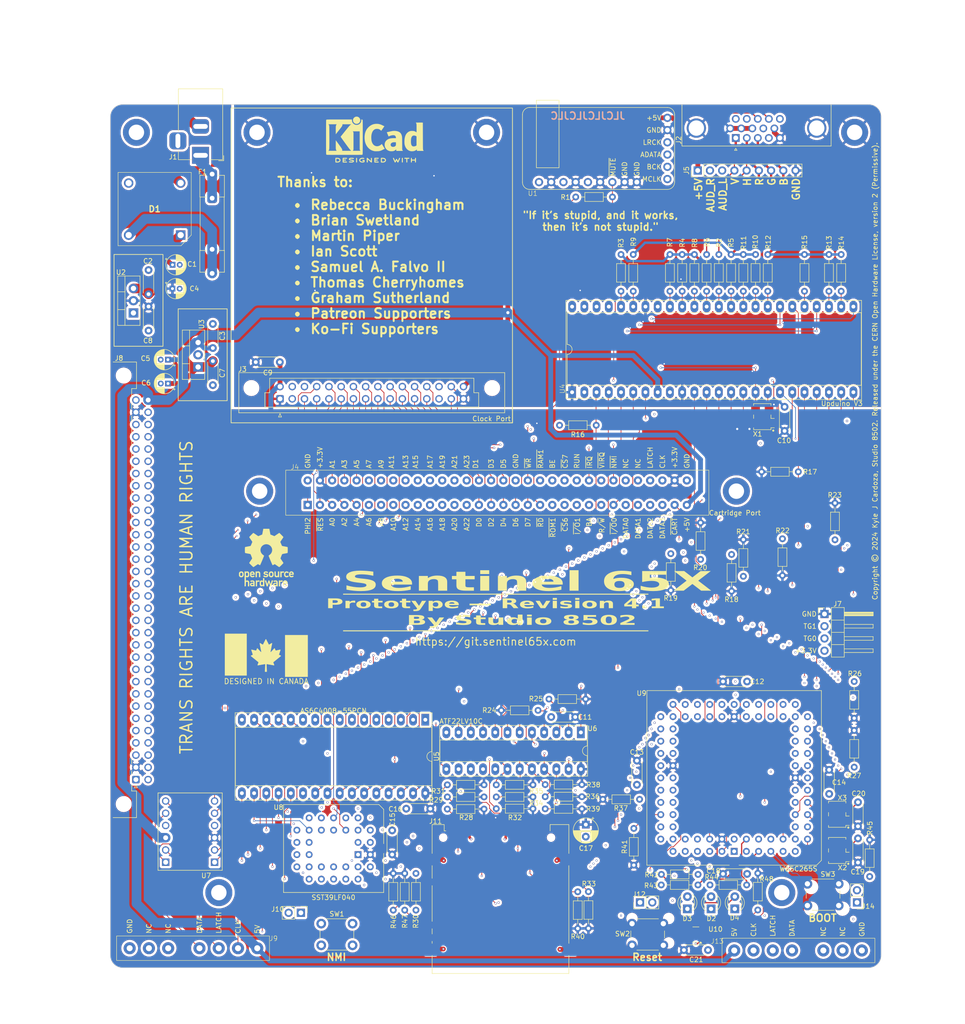
<source format=kicad_pcb>
(kicad_pcb
	(version 20240108)
	(generator "pcbnew")
	(generator_version "8.0")
	(general
		(thickness 1.6)
		(legacy_teardrops no)
	)
	(paper "A3")
	(layers
		(0 "F.Cu" signal "F.Cu (SMD)")
		(1 "In1.Cu" power "In1.Cu (GND)")
		(2 "In2.Cu" signal "In2.Cu (N-S)")
		(31 "B.Cu" signal "B.Cu (MISC)")
		(32 "B.Adhes" user "B.Adhesive")
		(33 "F.Adhes" user "F.Adhesive")
		(34 "B.Paste" user)
		(35 "F.Paste" user)
		(36 "B.SilkS" user "B.Silkscreen")
		(37 "F.SilkS" user "F.Silkscreen")
		(38 "B.Mask" user)
		(39 "F.Mask" user)
		(40 "Dwgs.User" user "User.Drawings")
		(41 "Cmts.User" user "User.Comments")
		(42 "Eco1.User" user "User.Eco1")
		(43 "Eco2.User" user "User.Eco2")
		(44 "Edge.Cuts" user)
		(45 "Margin" user)
		(46 "B.CrtYd" user "B.Courtyard")
		(47 "F.CrtYd" user "F.Courtyard")
		(48 "B.Fab" user)
		(49 "F.Fab" user)
		(50 "User.1" user)
		(51 "User.2" user)
		(52 "User.3" user)
		(53 "User.4" user)
		(54 "User.5" user)
		(55 "User.6" user)
		(56 "User.7" user)
		(57 "User.8" user)
		(58 "User.9" user)
	)
	(setup
		(stackup
			(layer "F.SilkS"
				(type "Top Silk Screen")
				(color "White")
			)
			(layer "F.Paste"
				(type "Top Solder Paste")
			)
			(layer "F.Mask"
				(type "Top Solder Mask")
				(color "Green")
				(thickness 0.01)
			)
			(layer "F.Cu"
				(type "copper")
				(thickness 0.035)
			)
			(layer "dielectric 1"
				(type "prepreg")
				(thickness 0.1)
				(material "FR4")
				(epsilon_r 4.5)
				(loss_tangent 0.02)
			)
			(layer "In1.Cu"
				(type "copper")
				(thickness 0.035)
			)
			(layer "dielectric 2"
				(type "core")
				(thickness 1.24)
				(material "FR4")
				(epsilon_r 4.5)
				(loss_tangent 0.02)
			)
			(layer "In2.Cu"
				(type "copper")
				(thickness 0.035)
			)
			(layer "dielectric 3"
				(type "prepreg")
				(thickness 0.1)
				(material "FR4")
				(epsilon_r 4.5)
				(loss_tangent 0.02)
			)
			(layer "B.Cu"
				(type "copper")
				(thickness 0.035)
			)
			(layer "B.Mask"
				(type "Bottom Solder Mask")
				(color "Green")
				(thickness 0.01)
			)
			(layer "B.Paste"
				(type "Bottom Solder Paste")
			)
			(layer "B.SilkS"
				(type "Bottom Silk Screen")
				(color "White")
			)
			(copper_finish "None")
			(dielectric_constraints no)
		)
		(pad_to_mask_clearance 0)
		(allow_soldermask_bridges_in_footprints no)
		(grid_origin 123.070534 52.442679)
		(pcbplotparams
			(layerselection 0x00010fc_ffffffff)
			(plot_on_all_layers_selection 0x0000000_00000000)
			(disableapertmacros no)
			(usegerberextensions no)
			(usegerberattributes yes)
			(usegerberadvancedattributes yes)
			(creategerberjobfile yes)
			(dashed_line_dash_ratio 12.000000)
			(dashed_line_gap_ratio 3.000000)
			(svgprecision 4)
			(plotframeref no)
			(viasonmask no)
			(mode 1)
			(useauxorigin no)
			(hpglpennumber 1)
			(hpglpenspeed 20)
			(hpglpendiameter 15.000000)
			(pdf_front_fp_property_popups yes)
			(pdf_back_fp_property_popups yes)
			(dxfpolygonmode yes)
			(dxfimperialunits yes)
			(dxfusepcbnewfont yes)
			(psnegative no)
			(psa4output no)
			(plotreference yes)
			(plotvalue yes)
			(plotfptext yes)
			(plotinvisibletext no)
			(sketchpadsonfab no)
			(subtractmaskfromsilk no)
			(outputformat 1)
			(mirror no)
			(drillshape 0)
			(scaleselection 1)
			(outputdirectory "production/")
		)
	)
	(net 0 "")
	(net 1 "GND")
	(net 2 "+3.3V")
	(net 3 "/A1")
	(net 4 "/A3")
	(net 5 "/A5")
	(net 6 "/A7")
	(net 7 "/A9")
	(net 8 "/A11")
	(net 9 "/A13")
	(net 10 "/A15")
	(net 11 "/A17")
	(net 12 "/A19")
	(net 13 "/A21")
	(net 14 "/A23")
	(net 15 "/D1")
	(net 16 "/D3")
	(net 17 "/D5")
	(net 18 "/~{WR}")
	(net 19 "/BE")
	(net 20 "/RUN")
	(net 21 "/~{IRQ}")
	(net 22 "/~{VIRQ}")
	(net 23 "/~{NMI}")
	(net 24 "/SNES_LATCH")
	(net 25 "/SNES_CLK")
	(net 26 "/PHI2")
	(net 27 "/~{RES}")
	(net 28 "/A0")
	(net 29 "/A2")
	(net 30 "/A4")
	(net 31 "/A6")
	(net 32 "/A8")
	(net 33 "/A10")
	(net 34 "/A12")
	(net 35 "/A14")
	(net 36 "/A16")
	(net 37 "/A18")
	(net 38 "/A20")
	(net 39 "/A22")
	(net 40 "/D0")
	(net 41 "/D2")
	(net 42 "/D4")
	(net 43 "/D6")
	(net 44 "/D7")
	(net 45 "/~{RD}")
	(net 46 "/~{CS}6")
	(net 47 "/~{I{slash}O}1")
	(net 48 "/BA")
	(net 49 "/R{slash}~{W}")
	(net 50 "/~{I{slash}O}0")
	(net 51 "/SNES_DATA0")
	(net 52 "/SNES_DATA1")
	(net 53 "/SNES_DATA2")
	(net 54 "/SNES_DATA3")
	(net 55 "/MOSI")
	(net 56 "/BL1")
	(net 57 "/~{BOOT_SEL}")
	(net 58 "/FCLK")
	(net 59 "/CLK")
	(net 60 "/SCK")
	(net 61 "/~{CS}4")
	(net 62 "/~{CS}5")
	(net 63 "/~{CS}7")
	(net 64 "/~{FPGA_RESET}")
	(net 65 "/CDONE")
	(net 66 "/MISO")
	(net 67 "/~{SD_SS}")
	(net 68 "/~{ROM}0")
	(net 69 "/~{RAM}0")
	(net 70 "Net-(D3-A)")
	(net 71 "/~{RAM}1")
	(net 72 "/~{ROM}1")
	(net 73 "+5V")
	(net 74 "/SYSCLK")
	(net 75 "/R0")
	(net 76 "/R2")
	(net 77 "/R1")
	(net 78 "/G0")
	(net 79 "/R3")
	(net 80 "/G2")
	(net 81 "/G1")
	(net 82 "/B0")
	(net 83 "/G3")
	(net 84 "/B2")
	(net 85 "/B1")
	(net 86 "/HSYNC")
	(net 87 "/B3")
	(net 88 "/VSYNC")
	(net 89 "/BCK")
	(net 90 "/ADATA")
	(net 91 "/LRCK")
	(net 92 "/BLUE")
	(net 93 "/GREEN")
	(net 94 "/RED")
	(net 95 "Net-(D4-A)")
	(net 96 "/BL2")
	(net 97 "/~{CART}")
	(net 98 "/~{SD_WP}")
	(net 99 "/~{SD_CD}")
	(net 100 "/~{MUTE}")
	(net 101 "/TG0")
	(net 102 "/TG1")
	(net 103 "/~{RES_BTN}")
	(net 104 "Net-(F1-Pad1)")
	(net 105 "/BL3")
	(net 106 "unconnected-(J8-Pin_a28-Pada28)")
	(net 107 "unconnected-(J8-Pin_a27-Pada27)")
	(net 108 "Net-(D1-+)")
	(net 109 "Net-(D1-~ )")
	(net 110 "Net-(D1- ~)")
	(net 111 "Net-(D2-A)")
	(net 112 "unconnected-(J1-MountPin-Pad3)")
	(net 113 "unconnected-(J2-Pad11)")
	(net 114 "unconnected-(J2-Pad4)")
	(net 115 "unconnected-(J2-Pad15)")
	(net 116 "unconnected-(J2-Pad9)")
	(net 117 "unconnected-(J2-Pad12)")
	(net 118 "unconnected-(J3-Pin_b2-Padb2)")
	(net 119 "unconnected-(J3-Pin_a2-Pada2)")
	(net 120 "unconnected-(J8-Pin_b31-Padb31)")
	(net 121 "Net-(J9-Pin_4)")
	(net 122 "unconnected-(J9-Pin_5-Pad5)")
	(net 123 "Net-(J13-Pin_2)")
	(net 124 "Net-(J13-Pin_3)")
	(net 125 "unconnected-(J9-Pin_6-Pad6)")
	(net 126 "Net-(J11-DAT1)")
	(net 127 "Net-(J11-DAT2)")
	(net 128 "unconnected-(J13-Pin_5-Pad5)")
	(net 129 "unconnected-(J13-Pin_6-Pad6)")
	(net 130 "Net-(J13-Pin_4)")
	(net 131 "unconnected-(U1-A3V3-Pad11)")
	(net 132 "unconnected-(U4-+3.3V-Pad9)")
	(net 133 "unconnected-(U4-FLASH_MISO-Pad45)")
	(net 134 "unconnected-(U4-CLK_12M_EXT-Pad41)")
	(net 135 "unconnected-(U4-FT_SCK-Pad47)")
	(net 136 "unconnected-(U4-~{FT_SS}-Pad48)")
	(net 137 "unconnected-(U4-FLASH_MOSI-Pad46)")
	(net 138 "unconnected-(U4-VIO-Pad2)")
	(net 139 "unconnected-(U6-I{slash}O-Pad16)")
	(net 140 "unconnected-(U6-I{slash}O-Pad15)")
	(net 141 "unconnected-(U6-I{slash}O-Pad17)")
	(net 142 "unconnected-(U6-I{slash}O-Pad14)")
	(net 143 "unconnected-(U9A-~{FCLKO}-Pad15)")
	(net 144 "unconnected-(U9C-P57-Pad3)")
	(net 145 "unconnected-(U9A-RUN-Pad14)")
	(net 146 "unconnected-(U9C-P56-Pad2)")
	(net 147 "unconnected-(U9A-BA-Pad21)")
	(net 148 "unconnected-(U9C-P47-Pad77)")
	(net 149 "unconnected-(U9A-~{CLKO}-Pad19)")
	(net 150 "unconnected-(U9C-P46-Pad76)")
	(net 151 "unconnected-(J3-Pin_b3-Padb3)")
	(net 152 "/CART_AUDIO_R")
	(net 153 "/CART_AUDIO_L")
	(net 154 "Net-(J5-Pin_5)")
	(net 155 "Net-(J5-Pin_4)")
	(net 156 "/AUDIO_R")
	(net 157 "/AUDIO_L")
	(footprint "Resistor_THT:R_Axial_DIN0204_L3.6mm_D1.6mm_P7.62mm_Horizontal" (layer "F.Cu") (at 218.023531 149.586827 90))
	(footprint "Resistor_THT:R_Axial_DIN0204_L3.6mm_D1.6mm_P7.62mm_Horizontal" (layer "F.Cu") (at 156.55 197.875))
	(footprint "Capacitor_THT:C_Disc_D4.3mm_W1.9mm_P5.00mm" (layer "F.Cu") (at 195.918531 187.826827 -90))
	(footprint "Resistor_THT:R_Axial_DIN0204_L3.6mm_D1.6mm_P7.62mm_Horizontal" (layer "F.Cu") (at 207.855852 82.822679 -90))
	(footprint "Resistor_THT:R_Axial_DIN0204_L3.6mm_D1.6mm_P7.62mm_Horizontal" (layer "F.Cu") (at 202.775852 82.822679 -90))
	(footprint "Capacitor_THT:C_Disc_D4.3mm_W1.9mm_P5.00mm" (layer "F.Cu") (at 241.828173 208.96 90))
	(footprint "Resistor_THT:R_Axial_DIN0204_L3.6mm_D1.6mm_P7.62mm_Horizontal" (layer "F.Cu") (at 229.434306 127.897878 180))
	(footprint "Resistor_THT:R_Axial_DIN0204_L3.6mm_D1.6mm_P7.62mm_Horizontal" (layer "F.Cu") (at 188.846198 195.85349))
	(footprint "Symbol:OSHW-Logo_11.4x12mm_SilkScreen" (layer "F.Cu") (at 118.942135 145.687679))
	(footprint "Resistor_THT:R_Axial_DIN0204_L3.6mm_D1.6mm_P7.62mm_Horizontal" (layer "F.Cu") (at 210.395852 82.822679 -90))
	(footprint "Capacitor_THT:CP_Radial_D5.0mm_P2.50mm" (layer "F.Cu") (at 185.300534 201.097567 -90))
	(footprint "Resistor_THT:R_Axial_DIN0204_L3.6mm_D1.6mm_P7.62mm_Horizontal" (layer "F.Cu") (at 175.381704 177.395358 180))
	(footprint "Package_TO_SOT_SMD:SOT-143_Handsoldering" (layer "F.Cu") (at 208.160534 223.892679 180))
	(footprint "Connector:SNES Controller Port (Female, 90º, THT)" (layer "F.Cu") (at 101.832102 226.745 180))
	(footprint "Capacitor_THT:CP_Radial_D4.0mm_P1.50mm" (layer "F.Cu") (at 98.520133 104.639679 180))
	(footprint "Package_TO_SOT_THT:TO-220-3_Vertical" (layer "F.Cu") (at 104.782534 106.163679 90))
	(footprint "Connector_PinHeader_2.54mm:PinHeader_1x04_P2.54mm_Horizontal" (layer "F.Cu") (at 234.87 157.4))
	(footprint "Capacitor_THT:C_Disc_D4.3mm_W1.9mm_P5.00mm" (layer "F.Cu") (at 226.588173 119.423531 90))
	(footprint "Connector_Card:SD_Hirose_DM1AA_SF_PEJ82" (layer "F.Cu") (at 167.589126 216.546139))
	(footprint "MountingHole:MountingHole_3.2mm_M3_DIN965_Pad"
		(layer "F.Cu")
		(uuid "29216e46-b0ce-45fe-8031-296ce469a52c")
		(at 117.021353 57.482679)
		(descr "Mounting Hole 3.2mm, M3, DIN965")
		(tags "mounting hole 3.2mm m3 din965")
		(property "Reference" "H2"
			(at 0 -3.8 0)
			(layer "F.SilkS")
			(hide yes)
			(uuid "e571c45d-dd36-49fc-9c8e-c514f97ef4ed")
			(effects
				(font
					(size 1 1)
					(thickness 0.15)
				)
			)
		)
		(property "Value" "MountingHole_Pad"
			(at 0 3.8 0)
			(layer "F.Fab")
			(uuid "e2aa747a-e7e8-48fb-bb02-9ec6abdc83e6")
			(effects
				(font
					(size 1 1)
					(thickness 0.15)
				)
			)
		)
		(property "Footprint" "MountingHole:MountingHole_3.2mm_M3_DIN965_Pad"
			(at 0 0 0)
			(unlocked yes)
			(layer "F.Fab")
			(hide yes)
			(uuid "be56f470-ab90-46c4-bf1f-9e526fda0dad")
			(effects
				(font
					(size 1.27 1.27)
					(thickness 0.15)
				)
			)
		)
		(property "Datasheet" ""
			(at 0 0 0)
			(unlocked yes)
			(layer "F.Fab")
			(hide yes)
			(uuid "a9e53303-6aa2-448c-9a78-1d27bfd8e23c")
			(effects
				(font
					(size 1.27 1.27)
					(thickness 0.15)
				)
			)
		)
		(property "Description" ""
			(at 0 0 0)
			(unlocked yes)
			(layer "F.Fab")
			(hide yes)
			(uuid "dc856295-11ac-498c-8c4d-6170c0975d21")
			(effects
				(font
					(size 1.27 1.27)
					(thickness 0.15)
				)
			)
		)
		(property ki_fp_filters "MountingHole*Pad*")
		(path "/470427cb-19f4-49cf-aff3-55cc87da13dc")
		(sheetname "Root")
		(sheetfile "Prototype 4 (PTH).kicad_sch")
		(attr exclude_from_pos_files exclude_from_bom)
		(fp_circle
			(center 0 0)
			(end 2.8 0)
			(stroke
				(width 0.15)
				(type solid)
			)
			(fill none)
			(layer "Cmts.User")
			(uuid "4082b523-ab85-4b02-b144-efb84ea158e2")
		)
		(fp_circle
			(center 0 0)
			(end 3.05 0)
			(stroke
				(width 0.05)
				(type solid)
			)
			(fill none)
			(layer "F.CrtYd")
			(uuid "b75ecfda-9477-4784-9778-aeb8e3e99f1a")
		)
		(fp_text user "${REFERENCE}"
			(at 0 0 0)
			(layer "F.Fab")
			(uuid "985defaf-9f82-4803-bc18-0fd48cad7e37")
			(effects
				(font
					(size 1 1)
					(thickness 0.15)
				)
			)
		)
		(pad "1" thru_hole circle
			(at 0 0)
			(size 5.6 5.6)
			(drill 3.2)
			(layers "*.Cu" "*.Mask")
			(remove_unused_layers no)
			(net 1 "GND")
			(pinfunction "1")
			(pintype "input")
			(uuid "a7a67
... [4944915 chars truncated]
</source>
